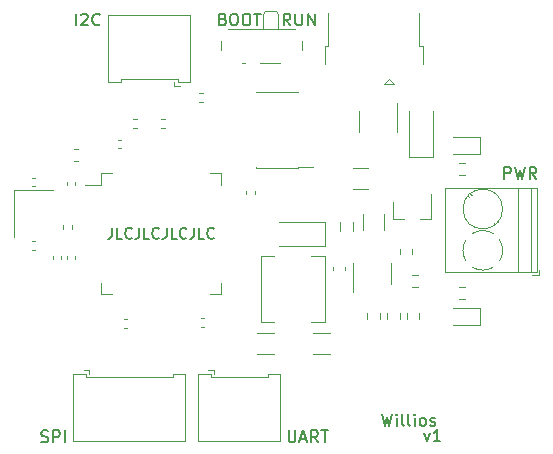
<source format=gbr>
%TF.GenerationSoftware,KiCad,Pcbnew,(5.1.10)-1*%
%TF.CreationDate,2021-06-24T16:14:03-07:00*%
%TF.ProjectId,stm32l476rg,73746d33-326c-4343-9736-72672e6b6963,rev?*%
%TF.SameCoordinates,Original*%
%TF.FileFunction,Legend,Top*%
%TF.FilePolarity,Positive*%
%FSLAX46Y46*%
G04 Gerber Fmt 4.6, Leading zero omitted, Abs format (unit mm)*
G04 Created by KiCad (PCBNEW (5.1.10)-1) date 2021-06-24 16:14:03*
%MOMM*%
%LPD*%
G01*
G04 APERTURE LIST*
%ADD10C,0.150000*%
%ADD11C,0.120000*%
G04 APERTURE END LIST*
D10*
X117842857Y-122507142D02*
X117842857Y-123150000D01*
X117800000Y-123278571D01*
X117714285Y-123364285D01*
X117585714Y-123407142D01*
X117500000Y-123407142D01*
X118700000Y-123407142D02*
X118271428Y-123407142D01*
X118271428Y-122507142D01*
X119514285Y-123321428D02*
X119471428Y-123364285D01*
X119342857Y-123407142D01*
X119257142Y-123407142D01*
X119128571Y-123364285D01*
X119042857Y-123278571D01*
X119000000Y-123192857D01*
X118957142Y-123021428D01*
X118957142Y-122892857D01*
X119000000Y-122721428D01*
X119042857Y-122635714D01*
X119128571Y-122550000D01*
X119257142Y-122507142D01*
X119342857Y-122507142D01*
X119471428Y-122550000D01*
X119514285Y-122592857D01*
X120157142Y-122507142D02*
X120157142Y-123150000D01*
X120114285Y-123278571D01*
X120028571Y-123364285D01*
X119900000Y-123407142D01*
X119814285Y-123407142D01*
X121014285Y-123407142D02*
X120585714Y-123407142D01*
X120585714Y-122507142D01*
X121828571Y-123321428D02*
X121785714Y-123364285D01*
X121657142Y-123407142D01*
X121571428Y-123407142D01*
X121442857Y-123364285D01*
X121357142Y-123278571D01*
X121314285Y-123192857D01*
X121271428Y-123021428D01*
X121271428Y-122892857D01*
X121314285Y-122721428D01*
X121357142Y-122635714D01*
X121442857Y-122550000D01*
X121571428Y-122507142D01*
X121657142Y-122507142D01*
X121785714Y-122550000D01*
X121828571Y-122592857D01*
X122471428Y-122507142D02*
X122471428Y-123150000D01*
X122428571Y-123278571D01*
X122342857Y-123364285D01*
X122214285Y-123407142D01*
X122128571Y-123407142D01*
X123328571Y-123407142D02*
X122900000Y-123407142D01*
X122900000Y-122507142D01*
X124142857Y-123321428D02*
X124100000Y-123364285D01*
X123971428Y-123407142D01*
X123885714Y-123407142D01*
X123757142Y-123364285D01*
X123671428Y-123278571D01*
X123628571Y-123192857D01*
X123585714Y-123021428D01*
X123585714Y-122892857D01*
X123628571Y-122721428D01*
X123671428Y-122635714D01*
X123757142Y-122550000D01*
X123885714Y-122507142D01*
X123971428Y-122507142D01*
X124100000Y-122550000D01*
X124142857Y-122592857D01*
X124785714Y-122507142D02*
X124785714Y-123150000D01*
X124742857Y-123278571D01*
X124657142Y-123364285D01*
X124528571Y-123407142D01*
X124442857Y-123407142D01*
X125642857Y-123407142D02*
X125214285Y-123407142D01*
X125214285Y-122507142D01*
X126457142Y-123321428D02*
X126414285Y-123364285D01*
X126285714Y-123407142D01*
X126200000Y-123407142D01*
X126071428Y-123364285D01*
X125985714Y-123278571D01*
X125942857Y-123192857D01*
X125900000Y-123021428D01*
X125900000Y-122892857D01*
X125942857Y-122721428D01*
X125985714Y-122635714D01*
X126071428Y-122550000D01*
X126200000Y-122507142D01*
X126285714Y-122507142D01*
X126414285Y-122550000D01*
X126457142Y-122592857D01*
X144285714Y-139885714D02*
X144523809Y-140552380D01*
X144761904Y-139885714D01*
X145666666Y-140552380D02*
X145095238Y-140552380D01*
X145380952Y-140552380D02*
X145380952Y-139552380D01*
X145285714Y-139695238D01*
X145190476Y-139790476D01*
X145095238Y-139838095D01*
X140714285Y-138252380D02*
X140952380Y-139252380D01*
X141142857Y-138538095D01*
X141333333Y-139252380D01*
X141571428Y-138252380D01*
X141952380Y-139252380D02*
X141952380Y-138585714D01*
X141952380Y-138252380D02*
X141904761Y-138300000D01*
X141952380Y-138347619D01*
X142000000Y-138300000D01*
X141952380Y-138252380D01*
X141952380Y-138347619D01*
X142571428Y-139252380D02*
X142476190Y-139204761D01*
X142428571Y-139109523D01*
X142428571Y-138252380D01*
X143095238Y-139252380D02*
X143000000Y-139204761D01*
X142952380Y-139109523D01*
X142952380Y-138252380D01*
X143476190Y-139252380D02*
X143476190Y-138585714D01*
X143476190Y-138252380D02*
X143428571Y-138300000D01*
X143476190Y-138347619D01*
X143523809Y-138300000D01*
X143476190Y-138252380D01*
X143476190Y-138347619D01*
X144095238Y-139252380D02*
X144000000Y-139204761D01*
X143952380Y-139157142D01*
X143904761Y-139061904D01*
X143904761Y-138776190D01*
X143952380Y-138680952D01*
X144000000Y-138633333D01*
X144095238Y-138585714D01*
X144238095Y-138585714D01*
X144333333Y-138633333D01*
X144380952Y-138680952D01*
X144428571Y-138776190D01*
X144428571Y-139061904D01*
X144380952Y-139157142D01*
X144333333Y-139204761D01*
X144238095Y-139252380D01*
X144095238Y-139252380D01*
X144809523Y-139204761D02*
X144904761Y-139252380D01*
X145095238Y-139252380D01*
X145190476Y-139204761D01*
X145238095Y-139109523D01*
X145238095Y-139061904D01*
X145190476Y-138966666D01*
X145095238Y-138919047D01*
X144952380Y-138919047D01*
X144857142Y-138871428D01*
X144809523Y-138776190D01*
X144809523Y-138728571D01*
X144857142Y-138633333D01*
X144952380Y-138585714D01*
X145095238Y-138585714D01*
X145190476Y-138633333D01*
X132961904Y-105352380D02*
X132628571Y-104876190D01*
X132390476Y-105352380D02*
X132390476Y-104352380D01*
X132771428Y-104352380D01*
X132866666Y-104400000D01*
X132914285Y-104447619D01*
X132961904Y-104542857D01*
X132961904Y-104685714D01*
X132914285Y-104780952D01*
X132866666Y-104828571D01*
X132771428Y-104876190D01*
X132390476Y-104876190D01*
X133390476Y-104352380D02*
X133390476Y-105161904D01*
X133438095Y-105257142D01*
X133485714Y-105304761D01*
X133580952Y-105352380D01*
X133771428Y-105352380D01*
X133866666Y-105304761D01*
X133914285Y-105257142D01*
X133961904Y-105161904D01*
X133961904Y-104352380D01*
X134438095Y-105352380D02*
X134438095Y-104352380D01*
X135009523Y-105352380D01*
X135009523Y-104352380D01*
X127242857Y-104828571D02*
X127385714Y-104876190D01*
X127433333Y-104923809D01*
X127480952Y-105019047D01*
X127480952Y-105161904D01*
X127433333Y-105257142D01*
X127385714Y-105304761D01*
X127290476Y-105352380D01*
X126909523Y-105352380D01*
X126909523Y-104352380D01*
X127242857Y-104352380D01*
X127338095Y-104400000D01*
X127385714Y-104447619D01*
X127433333Y-104542857D01*
X127433333Y-104638095D01*
X127385714Y-104733333D01*
X127338095Y-104780952D01*
X127242857Y-104828571D01*
X126909523Y-104828571D01*
X128100000Y-104352380D02*
X128290476Y-104352380D01*
X128385714Y-104400000D01*
X128480952Y-104495238D01*
X128528571Y-104685714D01*
X128528571Y-105019047D01*
X128480952Y-105209523D01*
X128385714Y-105304761D01*
X128290476Y-105352380D01*
X128100000Y-105352380D01*
X128004761Y-105304761D01*
X127909523Y-105209523D01*
X127861904Y-105019047D01*
X127861904Y-104685714D01*
X127909523Y-104495238D01*
X128004761Y-104400000D01*
X128100000Y-104352380D01*
X129147619Y-104352380D02*
X129338095Y-104352380D01*
X129433333Y-104400000D01*
X129528571Y-104495238D01*
X129576190Y-104685714D01*
X129576190Y-105019047D01*
X129528571Y-105209523D01*
X129433333Y-105304761D01*
X129338095Y-105352380D01*
X129147619Y-105352380D01*
X129052380Y-105304761D01*
X128957142Y-105209523D01*
X128909523Y-105019047D01*
X128909523Y-104685714D01*
X128957142Y-104495238D01*
X129052380Y-104400000D01*
X129147619Y-104352380D01*
X129861904Y-104352380D02*
X130433333Y-104352380D01*
X130147619Y-105352380D02*
X130147619Y-104352380D01*
X151066666Y-118352380D02*
X151066666Y-117352380D01*
X151447619Y-117352380D01*
X151542857Y-117400000D01*
X151590476Y-117447619D01*
X151638095Y-117542857D01*
X151638095Y-117685714D01*
X151590476Y-117780952D01*
X151542857Y-117828571D01*
X151447619Y-117876190D01*
X151066666Y-117876190D01*
X151971428Y-117352380D02*
X152209523Y-118352380D01*
X152400000Y-117638095D01*
X152590476Y-118352380D01*
X152828571Y-117352380D01*
X153780952Y-118352380D02*
X153447619Y-117876190D01*
X153209523Y-118352380D02*
X153209523Y-117352380D01*
X153590476Y-117352380D01*
X153685714Y-117400000D01*
X153733333Y-117447619D01*
X153780952Y-117542857D01*
X153780952Y-117685714D01*
X153733333Y-117780952D01*
X153685714Y-117828571D01*
X153590476Y-117876190D01*
X153209523Y-117876190D01*
X132804761Y-139652380D02*
X132804761Y-140461904D01*
X132852380Y-140557142D01*
X132900000Y-140604761D01*
X132995238Y-140652380D01*
X133185714Y-140652380D01*
X133280952Y-140604761D01*
X133328571Y-140557142D01*
X133376190Y-140461904D01*
X133376190Y-139652380D01*
X133804761Y-140366666D02*
X134280952Y-140366666D01*
X133709523Y-140652380D02*
X134042857Y-139652380D01*
X134376190Y-140652380D01*
X135280952Y-140652380D02*
X134947619Y-140176190D01*
X134709523Y-140652380D02*
X134709523Y-139652380D01*
X135090476Y-139652380D01*
X135185714Y-139700000D01*
X135233333Y-139747619D01*
X135280952Y-139842857D01*
X135280952Y-139985714D01*
X135233333Y-140080952D01*
X135185714Y-140128571D01*
X135090476Y-140176190D01*
X134709523Y-140176190D01*
X135566666Y-139652380D02*
X136138095Y-139652380D01*
X135852380Y-140652380D02*
X135852380Y-139652380D01*
X111876190Y-140604761D02*
X112019047Y-140652380D01*
X112257142Y-140652380D01*
X112352380Y-140604761D01*
X112400000Y-140557142D01*
X112447619Y-140461904D01*
X112447619Y-140366666D01*
X112400000Y-140271428D01*
X112352380Y-140223809D01*
X112257142Y-140176190D01*
X112066666Y-140128571D01*
X111971428Y-140080952D01*
X111923809Y-140033333D01*
X111876190Y-139938095D01*
X111876190Y-139842857D01*
X111923809Y-139747619D01*
X111971428Y-139700000D01*
X112066666Y-139652380D01*
X112304761Y-139652380D01*
X112447619Y-139700000D01*
X112876190Y-140652380D02*
X112876190Y-139652380D01*
X113257142Y-139652380D01*
X113352380Y-139700000D01*
X113400000Y-139747619D01*
X113447619Y-139842857D01*
X113447619Y-139985714D01*
X113400000Y-140080952D01*
X113352380Y-140128571D01*
X113257142Y-140176190D01*
X112876190Y-140176190D01*
X113876190Y-140652380D02*
X113876190Y-139652380D01*
X114823809Y-105352380D02*
X114823809Y-104352380D01*
X115252380Y-104447619D02*
X115300000Y-104400000D01*
X115395238Y-104352380D01*
X115633333Y-104352380D01*
X115728571Y-104400000D01*
X115776190Y-104447619D01*
X115823809Y-104542857D01*
X115823809Y-104638095D01*
X115776190Y-104780952D01*
X115204761Y-105352380D01*
X115823809Y-105352380D01*
X116823809Y-105257142D02*
X116776190Y-105304761D01*
X116633333Y-105352380D01*
X116538095Y-105352380D01*
X116395238Y-105304761D01*
X116300000Y-105209523D01*
X116252380Y-105114285D01*
X116204761Y-104923809D01*
X116204761Y-104780952D01*
X116252380Y-104590476D01*
X116300000Y-104495238D01*
X116395238Y-104400000D01*
X116538095Y-104352380D01*
X116633333Y-104352380D01*
X116776190Y-104400000D01*
X116823809Y-104447619D01*
D11*
%TO.C,Y1*%
X109550000Y-119300000D02*
X109550000Y-123300000D01*
X112850000Y-119300000D02*
X109550000Y-119300000D01*
%TO.C,R2*%
X119636359Y-114080000D02*
X119943641Y-114080000D01*
X119636359Y-113320000D02*
X119943641Y-113320000D01*
%TO.C,R1*%
X122353641Y-113320000D02*
X122046359Y-113320000D01*
X122353641Y-114080000D02*
X122046359Y-114080000D01*
%TO.C,J4*%
X130035000Y-111030000D02*
X130035000Y-110965000D01*
X133565000Y-111030000D02*
X133565000Y-110965000D01*
X130035000Y-117435000D02*
X130035000Y-117370000D01*
X133565000Y-117435000D02*
X133565000Y-117370000D01*
X134890000Y-117370000D02*
X133565000Y-117370000D01*
X133565000Y-110965000D02*
X130035000Y-110965000D01*
X133565000Y-117435000D02*
X130035000Y-117435000D01*
%TO.C,J5*%
X144175000Y-107065000D02*
X144175000Y-108615000D01*
X144175000Y-107065000D02*
X143875000Y-107065000D01*
X143875000Y-104265000D02*
X143875000Y-107065000D01*
X135875000Y-107065000D02*
X135875000Y-108615000D01*
X136175000Y-107065000D02*
X135875000Y-107065000D01*
X136175000Y-104265000D02*
X136175000Y-107065000D01*
X140925000Y-110315000D02*
X141325000Y-109865000D01*
X141725000Y-110315000D02*
X140925000Y-110315000D01*
X141325000Y-109865000D02*
X141725000Y-110315000D01*
%TO.C,C1*%
X114940580Y-115790000D02*
X114659420Y-115790000D01*
X114940580Y-116810000D02*
X114659420Y-116810000D01*
%TO.C,C2*%
X114760000Y-118827836D02*
X114760000Y-118612164D01*
X114040000Y-118827836D02*
X114040000Y-118612164D01*
%TO.C,C3*%
X119107836Y-130960000D02*
X118892164Y-130960000D01*
X119107836Y-130240000D02*
X118892164Y-130240000D01*
%TO.C,C4*%
X125607836Y-130140000D02*
X125392164Y-130140000D01*
X125607836Y-130860000D02*
X125392164Y-130860000D01*
%TO.C,C5*%
X118392164Y-115760000D02*
X118607836Y-115760000D01*
X118392164Y-115040000D02*
X118607836Y-115040000D01*
%TO.C,C6*%
X129960000Y-119392164D02*
X129960000Y-119607836D01*
X129240000Y-119392164D02*
X129240000Y-119607836D01*
%TO.C,C7*%
X137560000Y-125809420D02*
X137560000Y-126090580D01*
X136540000Y-125809420D02*
X136540000Y-126090580D01*
%TO.C,C8*%
X113560000Y-125107836D02*
X113560000Y-124892164D01*
X112840000Y-125107836D02*
X112840000Y-124892164D01*
%TO.C,C9*%
X114040000Y-125107836D02*
X114040000Y-124892164D01*
X114760000Y-125107836D02*
X114760000Y-124892164D01*
%TO.C,C10*%
X139090000Y-121288748D02*
X139090000Y-122711252D01*
X140910000Y-121288748D02*
X140910000Y-122711252D01*
%TO.C,C11*%
X136311252Y-131390000D02*
X134888748Y-131390000D01*
X136311252Y-133210000D02*
X134888748Y-133210000D01*
%TO.C,C12*%
X130113748Y-131390000D02*
X131536252Y-131390000D01*
X130113748Y-133210000D02*
X131536252Y-133210000D01*
%TO.C,C13*%
X111307836Y-118960000D02*
X111092164Y-118960000D01*
X111307836Y-118240000D02*
X111092164Y-118240000D01*
%TO.C,C14*%
X111092164Y-124360000D02*
X111307836Y-124360000D01*
X111092164Y-123640000D02*
X111307836Y-123640000D01*
%TO.C,D1*%
X143000000Y-116500000D02*
X145000000Y-116500000D01*
X145000000Y-116500000D02*
X145000000Y-112600000D01*
X143000000Y-116500000D02*
X143000000Y-112600000D01*
%TO.C,D2*%
X135900000Y-124000000D02*
X132000000Y-124000000D01*
X135900000Y-122000000D02*
X132000000Y-122000000D01*
X135900000Y-124000000D02*
X135900000Y-122000000D01*
%TO.C,D3*%
X146700000Y-116235000D02*
X148985000Y-116235000D01*
X148985000Y-116235000D02*
X148985000Y-114765000D01*
X148985000Y-114765000D02*
X146700000Y-114765000D01*
%TO.C,D4*%
X146700000Y-130735000D02*
X148985000Y-130735000D01*
X148985000Y-130735000D02*
X148985000Y-129265000D01*
X148985000Y-129265000D02*
X146700000Y-129265000D01*
%TO.C,F1*%
X138297936Y-117390000D02*
X139502064Y-117390000D01*
X138297936Y-119210000D02*
X139502064Y-119210000D01*
%TO.C,FB1*%
X137140000Y-122799622D02*
X137140000Y-122000378D01*
X138260000Y-122799622D02*
X138260000Y-122000378D01*
%TO.C,J1*%
X132110000Y-140560000D02*
X128625000Y-140560000D01*
X132110000Y-134840000D02*
X132110000Y-140560000D01*
X131040000Y-134840000D02*
X132110000Y-134840000D01*
X131040000Y-135140000D02*
X131040000Y-134840000D01*
X128625000Y-135140000D02*
X131040000Y-135140000D01*
X125140000Y-140560000D02*
X128625000Y-140560000D01*
X125140000Y-134840000D02*
X125140000Y-140560000D01*
X126210000Y-134840000D02*
X125140000Y-134840000D01*
X126210000Y-135140000D02*
X126210000Y-134840000D01*
X128625000Y-135140000D02*
X126210000Y-135140000D01*
X126500000Y-134550000D02*
X126000000Y-134550000D01*
X126500000Y-134850000D02*
X126500000Y-134550000D01*
%TO.C,J2*%
X123125000Y-110150000D02*
X123125000Y-110450000D01*
X123125000Y-110450000D02*
X123625000Y-110450000D01*
X121000000Y-109860000D02*
X123415000Y-109860000D01*
X123415000Y-109860000D02*
X123415000Y-110160000D01*
X123415000Y-110160000D02*
X124485000Y-110160000D01*
X124485000Y-110160000D02*
X124485000Y-104440000D01*
X124485000Y-104440000D02*
X121000000Y-104440000D01*
X121000000Y-109860000D02*
X118585000Y-109860000D01*
X118585000Y-109860000D02*
X118585000Y-110160000D01*
X118585000Y-110160000D02*
X117515000Y-110160000D01*
X117515000Y-110160000D02*
X117515000Y-104440000D01*
X117515000Y-104440000D02*
X121000000Y-104440000D01*
%TO.C,J3*%
X115950000Y-134850000D02*
X115950000Y-134550000D01*
X115950000Y-134550000D02*
X115450000Y-134550000D01*
X119325000Y-135140000D02*
X115660000Y-135140000D01*
X115660000Y-135140000D02*
X115660000Y-134840000D01*
X115660000Y-134840000D02*
X114590000Y-134840000D01*
X114590000Y-134840000D02*
X114590000Y-140560000D01*
X114590000Y-140560000D02*
X119325000Y-140560000D01*
X119325000Y-135140000D02*
X122990000Y-135140000D01*
X122990000Y-135140000D02*
X122990000Y-134840000D01*
X122990000Y-134840000D02*
X124060000Y-134840000D01*
X124060000Y-134840000D02*
X124060000Y-140560000D01*
X124060000Y-140560000D02*
X119325000Y-140560000D01*
%TO.C,J6*%
X150930000Y-120900000D02*
G75*
G03*
X150930000Y-120900000I-1680000J0D01*
G01*
X153350000Y-126210000D02*
X153350000Y-119090000D01*
X152250000Y-126210000D02*
X152250000Y-119090000D01*
X146090000Y-126210000D02*
X146090000Y-119090000D01*
X153810000Y-126210000D02*
X153810000Y-119090000D01*
X146090000Y-126210000D02*
X153810000Y-126210000D01*
X146090000Y-119090000D02*
X153810000Y-119090000D01*
X148181000Y-119625000D02*
X148309000Y-119754000D01*
X150431000Y-121875000D02*
X150524000Y-121969000D01*
X147975000Y-119830000D02*
X148069000Y-119924000D01*
X150191000Y-122045000D02*
X150319000Y-122174000D01*
X153410000Y-126450000D02*
X154050000Y-126450000D01*
X154050000Y-126450000D02*
X154050000Y-126050000D01*
X150674721Y-123509736D02*
G75*
G02*
X150930000Y-124400000I-1424721J-890264D01*
G01*
X148359807Y-122974495D02*
G75*
G02*
X150141000Y-122975000I890193J-1425505D01*
G01*
X147824642Y-125289894D02*
G75*
G02*
X147810000Y-123534000I1425358J889894D01*
G01*
X150139894Y-125825358D02*
G75*
G02*
X148384000Y-125840000I-889894J1425358D01*
G01*
X150930099Y-124371326D02*
G75*
G02*
X150690000Y-125266000I-1680099J-28674D01*
G01*
%TO.C,L2*%
X135850000Y-124900000D02*
X135850000Y-130500000D01*
X130450000Y-124900000D02*
X130450000Y-130500000D01*
X135850000Y-124900000D02*
X134700000Y-124900000D01*
X130450000Y-124900000D02*
X131600000Y-124900000D01*
X135850000Y-130500000D02*
X134700000Y-130500000D01*
X130450000Y-130500000D02*
X131600000Y-130500000D01*
%TO.C,Q1*%
X141670000Y-121760000D02*
X142600000Y-121760000D01*
X144830000Y-121760000D02*
X143900000Y-121760000D01*
X144830000Y-121760000D02*
X144830000Y-119600000D01*
X141670000Y-121760000D02*
X141670000Y-120300000D01*
%TO.C,R3*%
X125553641Y-111120000D02*
X125246359Y-111120000D01*
X125553641Y-111880000D02*
X125246359Y-111880000D01*
%TO.C,R4*%
X143272500Y-124262742D02*
X143272500Y-124737258D01*
X142227500Y-124262742D02*
X142227500Y-124737258D01*
%TO.C,R5*%
X143262742Y-127522500D02*
X143737258Y-127522500D01*
X143262742Y-126477500D02*
X143737258Y-126477500D01*
%TO.C,R6*%
X140522500Y-130187258D02*
X140522500Y-129712742D01*
X139477500Y-130187258D02*
X139477500Y-129712742D01*
%TO.C,R7*%
X141177500Y-129712742D02*
X141177500Y-130187258D01*
X142222500Y-129712742D02*
X142222500Y-130187258D01*
%TO.C,R8*%
X143872500Y-130187258D02*
X143872500Y-129712742D01*
X142827500Y-130187258D02*
X142827500Y-129712742D01*
%TO.C,R9*%
X114480000Y-122246359D02*
X114480000Y-122553641D01*
X113720000Y-122246359D02*
X113720000Y-122553641D01*
%TO.C,R10*%
X147737258Y-116977500D02*
X147262742Y-116977500D01*
X147737258Y-118022500D02*
X147262742Y-118022500D01*
%TO.C,R11*%
X147737258Y-128522500D02*
X147262742Y-128522500D01*
X147737258Y-127477500D02*
X147262742Y-127477500D01*
%TO.C,SW1*%
X127050000Y-106680000D02*
X127050000Y-107470000D01*
X133950000Y-107470000D02*
X133950000Y-106680000D01*
X132100000Y-108520000D02*
X130400000Y-108520000D01*
X133350000Y-105670000D02*
X127650000Y-105670000D01*
X130600000Y-104380000D02*
X130600000Y-105670000D01*
X131700000Y-104170000D02*
X130800000Y-104170000D01*
X131900000Y-105670000D02*
X131900000Y-104380000D01*
X130600000Y-104380000D02*
X130800000Y-104170000D01*
X131900000Y-104380000D02*
X131700000Y-104170000D01*
X129100000Y-108520000D02*
X128900000Y-108520000D01*
%TO.C,U1*%
X138740000Y-112600000D02*
X138740000Y-114400000D01*
X141960000Y-114400000D02*
X141960000Y-111950000D01*
%TO.C,U2*%
X138290000Y-125450000D02*
X138290000Y-127900000D01*
X141510000Y-127250000D02*
X141510000Y-125450000D01*
%TO.C,U3*%
X126160000Y-128110000D02*
X127110000Y-128110000D01*
X127110000Y-128110000D02*
X127110000Y-127160000D01*
X117840000Y-128110000D02*
X116890000Y-128110000D01*
X116890000Y-128110000D02*
X116890000Y-127160000D01*
X126160000Y-117890000D02*
X127110000Y-117890000D01*
X127110000Y-117890000D02*
X127110000Y-118840000D01*
X117840000Y-117890000D02*
X116890000Y-117890000D01*
X116890000Y-117890000D02*
X116890000Y-118840000D01*
X116890000Y-118840000D02*
X115550000Y-118840000D01*
%TD*%
M02*

</source>
